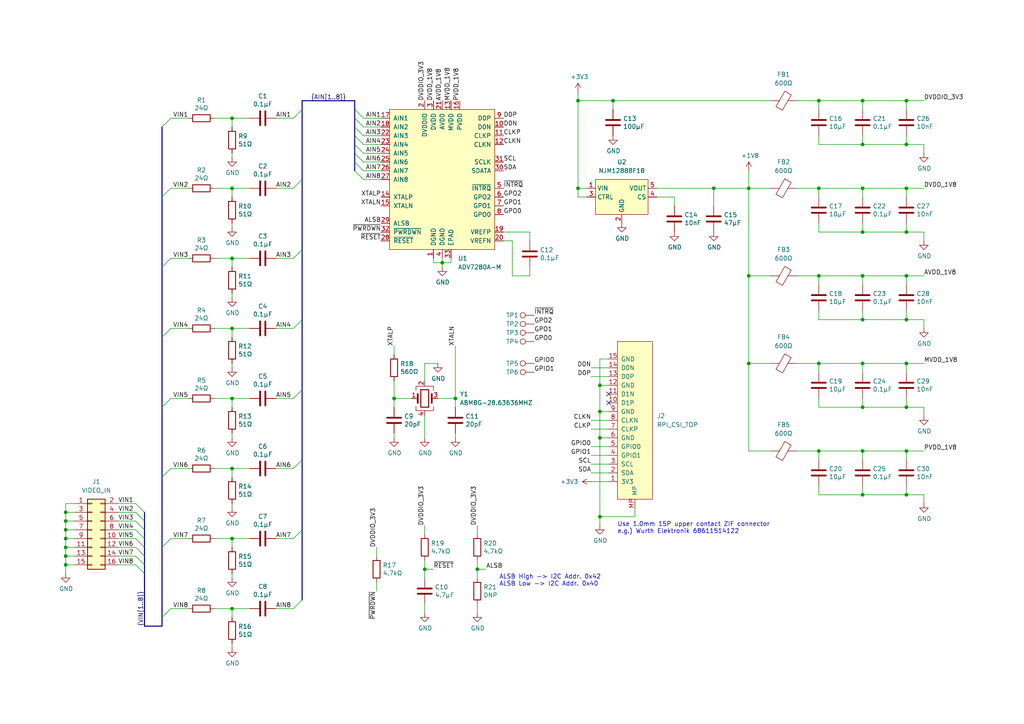
<source format=kicad_sch>
(kicad_sch (version 20250114) (generator "eeschema") (generator_version "9.0")
  (paper "A4")
  (lib_symbols
    (symbol "ADV7280A-M:ADV7280A-M" (pin_names (offset 1.016))
      (property "Reference" "U" (at -13.97 -21.59 0))
      (property "Value" "ADV7280A-M" (at 11.43 -21.59 0))
      (symbol "ADV7280A-M_1_1"
        (pin passive line (at -17.78 17.78 0) (length 2.54) (name "AIN1") (number "17"))
        (pin passive line (at -17.78 15.24 0) (length 2.54) (name "AIN2") (number "18"))
        (pin passive line (at -17.78 12.7 0) (length 2.54) (name "AIN3") (number "22"))
        (pin passive line (at -17.78 10.16 0) (length 2.54) (name "AIN4") (number "23"))
        (pin passive line (at -17.78 7.62 0) (length 2.54) (name "AIN5") (number "24"))
        (pin passive line (at -17.78 5.08 0) (length 2.54) (name "AIN6") (number "25"))
        (pin passive line (at -17.78 2.54 0) (length 2.54) (name "AIN7") (number "26"))
        (pin passive line (at -17.78 0 0) (length 2.54) (name "AIN8") (number "27"))
        (pin passive line (at -17.78 -5.08 0) (length 2.54) (name "XTALP") (number "14"))
        (pin passive line (at -17.78 -7.62 0) (length 2.54) (name "XTALN") (number "15"))
        (pin passive line (at -17.78 -12.7 0) (length 2.54) (name "ALSB") (number "29"))
        (pin passive line (at -17.78 -15.24 0) (length 2.54) (name "~{PWRDWN}") (number "32"))
        (pin passive line (at -17.78 -17.78 0) (length 2.54) (name "~{RESET}") (number "28"))
        (pin passive line (at -5.08 22.86 270) (length 2.54) (name "DVDDIO") (number "2"))
        (pin passive line (at -2.54 22.86 270) (length 2.54) (name "DVDD") (number "3"))
        (pin passive line (at -2.54 -22.86 90) (length 2.54) (name "DGND") (number "1"))
        (pin passive line (at 0 22.86 270) (length 2.54) (name "AVDD") (number "21"))
        (pin passive line (at 0 -22.86 90) (length 2.54) (name "DGND") (number "4"))
        (pin passive line (at 2.54 22.86 270) (length 2.54) (name "MVDD") (number "13"))
        (pin passive line (at 2.54 -22.86 90) (length 2.54) (name "EPAD") (number "33"))
        (pin passive line (at 5.08 22.86 270) (length 2.54) (name "PVDD") (number "16"))
        (pin passive line (at 17.78 17.78 180) (length 2.54) (name "D0P") (number "9"))
        (pin passive line (at 17.78 15.24 180) (length 2.54) (name "D0N") (number "10"))
        (pin passive line (at 17.78 12.7 180) (length 2.54) (name "CLKP") (number "11"))
        (pin passive line (at 17.78 10.16 180) (length 2.54) (name "CLKN") (number "12"))
        (pin passive line (at 17.78 5.08 180) (length 2.54) (name "SCLK") (number "31"))
        (pin passive line (at 17.78 2.54 180) (length 2.54) (name "SDATA") (number "30"))
        (pin passive line (at 17.78 -2.54 180) (length 2.54) (name "~{INTRQ}") (number "5"))
        (pin passive line (at 17.78 -5.08 180) (length 2.54) (name "GPO2") (number "6"))
        (pin passive line (at 17.78 -7.62 180) (length 2.54) (name "GPO1") (number "7"))
        (pin passive line (at 17.78 -10.16 180) (length 2.54) (name "GPO0") (number "8"))
        (pin passive line (at 17.78 -15.24 180) (length 2.54) (name "VREFP") (number "19"))
        (pin passive line (at 17.78 -17.78 180) (length 2.54) (name "VREFN") (number "20"))
      )
    )
    (symbol "Connector:TestPoint" (pin_numbers (hide yes)) (pin_names (offset 0.762) (hide yes))
      (property "Reference" "TP" (at 0 6.858 0))
      (property "Value" "TestPoint" (at 0 5.08 0))
      (symbol "TestPoint_1_1"
        (pin passive line (at 0 0 90) (length 2.54) (name "1") (number "1"))
      )
    )
    (symbol "Connector_Generic:Conn_02x08_Odd_Even" (pin_names (offset 1.016) (hide yes))
      (property "Reference" "J" (at 1.27 10.16 0))
      (property "Value" "Conn_02x08_Odd_Even" (at 1.27 -12.7 0))
      (symbol "Conn_02x08_Odd_Even_1_1"
        (pin passive line (at -5.08 7.62 0) (length 3.81) (name "Pin_1") (number "1"))
        (pin passive line (at -5.08 5.08 0) (length 3.81) (name "Pin_3") (number "3"))
        (pin passive line (at -5.08 2.54 0) (length 3.81) (name "Pin_5") (number "5"))
        (pin passive line (at -5.08 0 0) (length 3.81) (name "Pin_7") (number "7"))
        (pin passive line (at -5.08 -2.54 0) (length 3.81) (name "Pin_9") (number "9"))
        (pin passive line (at -5.08 -5.08 0) (length 3.81) (name "Pin_11") (number "11"))
        (pin passive line (at -5.08 -7.62 0) (length 3.81) (name "Pin_13") (number "13"))
        (pin passive line (at -5.08 -10.16 0) (length 3.81) (name "Pin_15") (number "15"))
        (pin passive line (at 7.62 7.62 180) (length 3.81) (name "Pin_2") (number "2"))
        (pin passive line (at 7.62 5.08 180) (length 3.81) (name "Pin_4") (number "4"))
        (pin passive line (at 7.62 2.54 180) (length 3.81) (name "Pin_6") (number "6"))
        (pin passive line (at 7.62 0 180) (length 3.81) (name "Pin_8") (number "8"))
        (pin passive line (at 7.62 -2.54 180) (length 3.81) (name "Pin_10") (number "10"))
        (pin passive line (at 7.62 -5.08 180) (length 3.81) (name "Pin_12") (number "12"))
        (pin passive line (at 7.62 -7.62 180) (length 3.81) (name "Pin_14") (number "14"))
        (pin passive line (at 7.62 -10.16 180) (length 3.81) (name "Pin_16") (number "16"))
      )
    )
    (symbol "Device:C" (pin_numbers (hide yes)) (pin_names (offset 0.254))
      (property "Reference" "C" (at 0.635 2.54 0))
      (property "Value" "C" (at 0.635 -2.54 0))
      (symbol "C_1_1"
        (pin passive line (at 0 3.81 270) (length 2.794) (name "~") (number "1"))
        (pin passive line (at 0 -3.81 90) (length 2.794) (name "~") (number "2"))
      )
    )
    (symbol "Device:Crystal_GND24" (pin_names (offset 1.016) (hide yes))
      (property "Reference" "Y" (at 3.175 5.08 0))
      (property "Value" "Crystal_GND24" (at 3.175 3.175 0))
      (symbol "Crystal_GND24_1_1"
        (pin passive line (at -3.81 0 0) (length 1.27) (name "1") (number "1"))
        (pin passive line (at 0 5.08 270) (length 1.27) (name "2") (number "2"))
        (pin passive line (at 0 -5.08 90) (length 1.27) (name "4") (number "4"))
        (pin passive line (at 3.81 0 180) (length 1.27) (name "3") (number "3"))
      )
    )
    (symbol "Device:FerriteBead" (pin_numbers (hide yes)) (pin_names (offset 0))
      (property "Reference" "FB" (at -3.81 0.635 90))
      (property "Value" "FerriteBead" (at 3.81 0 90))
      (symbol "FerriteBead_1_1"
        (pin passive line (at 0 3.81 270) (length 2.54) (name "~") (number "1"))
        (pin passive line (at 0 -3.81 90) (length 2.54) (name "~") (number "2"))
      )
    )
    (symbol "Device:R" (pin_numbers (hide yes)) (pin_names (offset 0))
      (property "Reference" "R" (at 2.032 0 90))
      (property "Value" "R" (at 0 0 90))
      (symbol "R_1_1"
        (pin passive line (at 0 3.81 270) (length 1.27) (name "~") (number "1"))
        (pin passive line (at 0 -3.81 90) (length 1.27) (name "~") (number "2"))
      )
    )
    (symbol "NJM12888F18:NJM12888F18"
      (property "Reference" "U" (at 0 8.89 0))
      (property "Value" "NJM12888F18" (at 0 6.35 0))
      (symbol "NJM12888F18_1_1"
        (pin power_in line (at -10.16 2.54 0) (length 2.54) (name "VIN") (number "1"))
        (pin input line (at -10.16 0 0) (length 2.54) (name "CTRL") (number "3"))
        (pin power_in line (at 0 -7.62 90) (length 2.54) (name "GND") (number "2"))
        (pin power_out line (at 10.16 2.54 180) (length 2.54) (name "VOUT") (number "5"))
        (pin passive line (at 10.16 0 180) (length 2.54) (name "CS") (number "4"))
      )
    )
    (symbol "RPI_CSI_CONN:RPI_CSI_TOP" (pin_names (offset 1.016))
      (property "Reference" "J" (at -6.35 26.67 0))
      (property "Value" "RPI_CSI_TOP" (at 0 24.13 0))
      (symbol "RPI_CSI_TOP_1_1"
        (pin passive line (at -7.62 17.78 0) (length 2.54) (name "GND") (number "15"))
        (pin passive line (at -7.62 15.24 0) (length 2.54) (name "D0N") (number "14"))
        (pin passive line (at -7.62 12.7 0) (length 2.54) (name "D0P") (number "13"))
        (pin passive line (at -7.62 10.16 0) (length 2.54) (name "GND") (number "12"))
        (pin passive line (at -7.62 7.62 0) (length 2.54) (name "D1N") (number "11"))
        (pin passive line (at -7.62 5.08 0) (length 2.54) (name "D1P") (number "10"))
        (pin passive line (at -7.62 2.54 0) (length 2.54) (name "GND") (number "9"))
        (pin passive line (at -7.62 0 0) (length 2.54) (name "CLKN") (number "8"))
        (pin passive line (at -7.62 -2.54 0) (length 2.54) (name "CLKP") (number "7"))
        (pin passive line (at -7.62 -5.08 0) (length 2.54) (name "GND") (number "6"))
        (pin passive line (at -7.62 -7.62 0) (length 2.54) (name "GPIO0") (number "5"))
        (pin passive line (at -7.62 -10.16 0) (length 2.54) (name "GPIO1") (number "4"))
        (pin passive line (at -7.62 -12.7 0) (length 2.54) (name "SCL") (number "3"))
        (pin passive line (at -7.62 -15.24 0) (length 2.54) (name "SDA") (number "2"))
        (pin passive line (at -7.62 -17.78 0) (length 2.54) (name "3V3") (number "1"))
        (pin passive line (at 0 -25.4 90) (length 2.54) (name "MP") (number "MP"))
      )
    )
    (symbol "power:+1V8" (power) (pin_numbers (hide yes)) (pin_names (offset 0) (hide yes))
      (property "Value" "+1V8" (at 0 3.556 0))
      (symbol "+1V8_1_1"
        (pin power_in line (at 0 0 90) (length 0) (name "~") (number "1"))
      )
    )
    (symbol "power:+3V3" (power) (pin_numbers (hide yes)) (pin_names (offset 0) (hide yes))
      (property "Value" "+3V3" (at 0 3.556 0))
      (symbol "+3V3_1_1"
        (pin power_in line (at 0 0 90) (length 0) (name "~") (number "1"))
      )
    )
    (symbol "power:GND" (power) (pin_numbers (hide yes)) (pin_names (offset 0) (hide yes))
      (property "Value" "GND" (at 0 -3.81 0))
      (symbol "GND_1_1"
        (pin power_in line (at 0 0 270) (length 0) (name "~") (number "1"))
      )
    )
    (symbol "power:PWR_FLAG" (power) (pin_numbers (hide yes)) (pin_names (offset 0) (hide yes))
      (property "Value" "PWR_FLAG" (at 0 3.81 0))
      (symbol "PWR_FLAG_0_0"
        (pin power_out line (at 0 0 90) (length 0) (name "~") (number "1"))
      )
    )
  )
  (text "Use 1.0mm 15P upper contact ZIF connector\ne.g.) Wurth Elektronik 68611514122" (at 179.07 154.94 0) (effects (font (size 1.27 1.27)) (justify left bottom)))
  (text "ALSB High -> I2C Addr. 0x42\nALSB Low -> I2C Addr. 0x40" (at 144.78 170.18 0) (effects (font (size 1.27 1.27)) (justify left bottom)))
  (junction (at 262.89 118.11))
  (junction (at 250.19 92.71))
  (junction (at 67.31 54.61))
  (junction (at 262.89 41.91))
  (junction (at 67.31 115.57))
  (junction (at 250.19 80.01))
  (junction (at 262.89 105.41))
  (junction (at 262.89 67.31))
  (junction (at 217.17 105.41))
  (junction (at 173.99 119.38))
  (junction (at 237.49 29.21))
  (junction (at 132.08 115.57))
  (junction (at 237.49 80.01))
  (junction (at 250.19 54.61))
  (junction (at 250.19 67.31))
  (junction (at 19.05 148.59))
  (junction (at 250.19 118.11))
  (junction (at 19.05 156.21))
  (junction (at 167.64 54.61))
  (junction (at 114.3 115.57))
  (junction (at 250.19 105.41))
  (junction (at 262.89 29.21))
  (junction (at 67.31 34.29))
  (junction (at 250.19 41.91))
  (junction (at 177.8 29.21))
  (junction (at 262.89 143.51))
  (junction (at 217.17 54.61))
  (junction (at 250.19 143.51))
  (junction (at 173.99 111.76))
  (junction (at 262.89 92.71))
  (junction (at 67.31 176.53))
  (junction (at 237.49 130.81))
  (junction (at 19.05 153.67))
  (junction (at 19.05 161.29))
  (junction (at 19.05 151.13))
  (junction (at 67.31 74.93))
  (junction (at 250.19 29.21))
  (junction (at 19.05 158.75))
  (junction (at 19.05 163.83))
  (junction (at 173.99 127))
  (junction (at 167.64 29.21))
  (junction (at 67.31 135.89))
  (junction (at 217.17 80.01))
  (junction (at 173.99 149.86))
  (junction (at 250.19 130.81))
  (junction (at 237.49 54.61))
  (junction (at 262.89 80.01))
  (junction (at 262.89 130.81))
  (junction (at 237.49 105.41))
  (junction (at 128.27 76.2))
  (junction (at 207.01 54.61))
  (junction (at 262.89 54.61))
  (junction (at 123.19 165.1))
  (junction (at 67.31 95.25))
  (junction (at 67.31 156.21))
  (junction (at 138.43 165.1))
  (no_connect (at 176.53 114.3))
  (no_connect (at 176.53 116.84))
  (bus_entry (at 85.09 135.89) (size 2.54 -2.54))
  (bus_entry (at 85.09 156.21) (size 2.54 -2.54))
  (bus_entry (at 85.09 74.93) (size 2.54 -2.54))
  (bus_entry (at 49.53 74.93) (size -2.54 2.54))
  (bus_entry (at 85.09 176.53) (size 2.54 -2.54))
  (bus_entry (at 49.53 95.25) (size -2.54 2.54))
  (bus_entry (at 49.53 176.53) (size -2.54 2.54))
  (bus_entry (at 85.09 115.57) (size 2.54 -2.54))
  (bus_entry (at 49.53 115.57) (size -2.54 2.54))
  (bus_entry (at 85.09 95.25) (size 2.54 -2.54))
  (bus_entry (at 49.53 135.89) (size -2.54 2.54))
  (bus_entry (at 39.37 163.83) (size 2.54 2.54))
  (bus_entry (at 39.37 158.75) (size 2.54 2.54))
  (bus_entry (at 39.37 161.29) (size 2.54 2.54))
  (bus_entry (at 39.37 156.21) (size 2.54 2.54))
  (bus_entry (at 39.37 153.67) (size 2.54 2.54))
  (bus_entry (at 39.37 148.59) (size 2.54 2.54))
  (bus_entry (at 39.37 151.13) (size 2.54 2.54))
  (bus_entry (at 39.37 146.05) (size 2.54 2.54))
  (bus_entry (at 85.09 54.61) (size 2.54 -2.54))
  (bus_entry (at 49.53 54.61) (size -2.54 2.54))
  (bus_entry (at 49.53 34.29) (size -2.54 2.54))
  (bus_entry (at 85.09 34.29) (size 2.54 -2.54))
  (bus_entry (at 49.53 156.21) (size -2.54 2.54))
  (bus_entry (at 102.87 39.37) (size 2.54 2.54))
  (bus_entry (at 102.87 36.83) (size 2.54 2.54))
  (bus_entry (at 102.87 34.29) (size 2.54 2.54))
  (bus_entry (at 102.87 31.75) (size 2.54 2.54))
  (bus_entry (at 102.87 46.99) (size 2.54 2.54))
  (bus_entry (at 102.87 41.91) (size 2.54 2.54))
  (bus_entry (at 102.87 44.45) (size 2.54 2.54))
  (bus_entry (at 102.87 49.53) (size 2.54 2.54))
  (wire (pts (xy 123.19 165.1) (xy 125.73 165.1)))
  (bus (pts (xy 87.63 29.21) (xy 87.63 31.75)))
  (wire (pts (xy 237.49 39.37) (xy 237.49 41.91)))
  (wire (pts (xy 21.59 146.05) (xy 19.05 146.05)))
  (wire (pts (xy 167.64 26.67) (xy 167.64 29.21)))
  (wire (pts (xy 250.19 130.81) (xy 250.19 133.35)))
  (wire (pts (xy 170.18 57.15) (xy 167.64 57.15)))
  (wire (pts (xy 250.19 67.31) (xy 262.89 67.31)))
  (wire (pts (xy 267.97 54.61) (xy 262.89 54.61)))
  (wire (pts (xy 250.19 39.37) (xy 250.19 41.91)))
  (wire (pts (xy 105.41 34.29) (xy 110.49 34.29)))
  (wire (pts (xy 19.05 146.05) (xy 19.05 148.59)))
  (wire (pts (xy 177.8 29.21) (xy 223.52 29.21)))
  (wire (pts (xy 114.3 125.73) (xy 114.3 127)))
  (wire (pts (xy 217.17 49.53) (xy 217.17 54.61)))
  (wire (pts (xy 67.31 54.61) (xy 72.39 54.61)))
  (wire (pts (xy 262.89 54.61) (xy 262.89 57.15)))
  (wire (pts (xy 217.17 80.01) (xy 223.52 80.01)))
  (wire (pts (xy 231.14 80.01) (xy 237.49 80.01)))
  (wire (pts (xy 62.23 74.93) (xy 67.31 74.93)))
  (wire (pts (xy 262.89 92.71) (xy 267.97 92.71)))
  (wire (pts (xy 105.41 52.07) (xy 110.49 52.07)))
  (wire (pts (xy 176.53 127) (xy 173.99 127)))
  (wire (pts (xy 262.89 29.21) (xy 262.89 31.75)))
  (wire (pts (xy 190.5 57.15) (xy 195.58 57.15)))
  (wire (pts (xy 67.31 85.09) (xy 67.31 86.36)))
  (wire (pts (xy 250.19 54.61) (xy 250.19 57.15)))
  (wire (pts (xy 123.19 105.41) (xy 123.19 110.49)))
  (wire (pts (xy 171.45 121.92) (xy 176.53 121.92)))
  (wire (pts (xy 19.05 161.29) (xy 19.05 163.83)))
  (wire (pts (xy 262.89 105.41) (xy 262.89 107.95)))
  (wire (pts (xy 67.31 44.45) (xy 67.31 45.72)))
  (wire (pts (xy 34.29 151.13) (xy 39.37 151.13)))
  (wire (pts (xy 262.89 41.91) (xy 267.97 41.91)))
  (wire (pts (xy 67.31 34.29) (xy 72.39 34.29)))
  (wire (pts (xy 80.01 74.93) (xy 85.09 74.93)))
  (wire (pts (xy 67.31 135.89) (xy 72.39 135.89)))
  (wire (pts (xy 67.31 176.53) (xy 72.39 176.53)))
  (wire (pts (xy 138.43 162.56) (xy 138.43 165.1)))
  (bus (pts (xy 87.63 92.71) (xy 87.63 113.03)))
  (bus (pts (xy 41.91 161.29) (xy 41.91 163.83)))
  (wire (pts (xy 217.17 54.61) (xy 223.52 54.61)))
  (bus (pts (xy 41.91 166.37) (xy 41.91 181.61)))
  (wire (pts (xy 138.43 152.4) (xy 138.43 154.94)))
  (wire (pts (xy 237.49 90.17) (xy 237.49 92.71)))
  (wire (pts (xy 123.19 162.56) (xy 123.19 165.1)))
  (wire (pts (xy 217.17 80.01) (xy 217.17 105.41)))
  (wire (pts (xy 250.19 130.81) (xy 237.49 130.81)))
  (bus (pts (xy 41.91 156.21) (xy 41.91 158.75)))
  (wire (pts (xy 237.49 67.31) (xy 250.19 67.31)))
  (wire (pts (xy 267.97 130.81) (xy 262.89 130.81)))
  (wire (pts (xy 67.31 64.77) (xy 67.31 66.04)))
  (wire (pts (xy 237.49 115.57) (xy 237.49 118.11)))
  (wire (pts (xy 171.45 129.54) (xy 176.53 129.54)))
  (wire (pts (xy 105.41 39.37) (xy 110.49 39.37)))
  (wire (pts (xy 67.31 156.21) (xy 72.39 156.21)))
  (wire (pts (xy 80.01 54.61) (xy 85.09 54.61)))
  (wire (pts (xy 123.19 120.65) (xy 123.19 127)))
  (wire (pts (xy 132.08 115.57) (xy 132.08 118.11)))
  (bus (pts (xy 102.87 44.45) (xy 102.87 41.91)))
  (wire (pts (xy 19.05 148.59) (xy 19.05 151.13)))
  (wire (pts (xy 123.19 175.26) (xy 123.19 177.8)))
  (wire (pts (xy 237.49 118.11) (xy 250.19 118.11)))
  (wire (pts (xy 67.31 158.75) (xy 67.31 156.21)))
  (wire (pts (xy 146.05 69.85) (xy 148.59 69.85)))
  (bus (pts (xy 87.63 72.39) (xy 87.63 92.71)))
  (wire (pts (xy 237.49 105.41) (xy 237.49 107.95)))
  (wire (pts (xy 267.97 105.41) (xy 262.89 105.41)))
  (wire (pts (xy 173.99 149.86) (xy 173.99 152.4)))
  (wire (pts (xy 262.89 118.11) (xy 267.97 118.11)))
  (wire (pts (xy 250.19 143.51) (xy 262.89 143.51)))
  (bus (pts (xy 102.87 39.37) (xy 102.87 36.83)))
  (wire (pts (xy 62.23 34.29) (xy 67.31 34.29)))
  (wire (pts (xy 184.15 149.86) (xy 184.15 147.32)))
  (wire (pts (xy 237.49 64.77) (xy 237.49 67.31)))
  (wire (pts (xy 114.3 115.57) (xy 114.3 118.11)))
  (wire (pts (xy 105.41 41.91) (xy 110.49 41.91)))
  (wire (pts (xy 109.22 171.45) (xy 109.22 168.91)))
  (wire (pts (xy 207.01 54.61) (xy 207.01 59.69)))
  (wire (pts (xy 167.64 29.21) (xy 177.8 29.21)))
  (wire (pts (xy 105.41 36.83) (xy 110.49 36.83)))
  (wire (pts (xy 262.89 67.31) (xy 267.97 67.31)))
  (wire (pts (xy 262.89 130.81) (xy 250.19 130.81)))
  (wire (pts (xy 148.59 80.01) (xy 153.67 80.01)))
  (wire (pts (xy 262.89 143.51) (xy 267.97 143.51)))
  (wire (pts (xy 80.01 34.29) (xy 85.09 34.29)))
  (wire (pts (xy 67.31 57.15) (xy 67.31 54.61)))
  (wire (pts (xy 171.45 132.08) (xy 176.53 132.08)))
  (wire (pts (xy 132.08 125.73) (xy 132.08 127)))
  (wire (pts (xy 262.89 140.97) (xy 262.89 143.51)))
  (wire (pts (xy 125.73 74.93) (xy 125.73 76.2)))
  (wire (pts (xy 267.97 143.51) (xy 267.97 146.05)))
  (wire (pts (xy 217.17 105.41) (xy 217.17 130.81)))
  (wire (pts (xy 250.19 115.57) (xy 250.19 118.11)))
  (wire (pts (xy 262.89 39.37) (xy 262.89 41.91)))
  (wire (pts (xy 171.45 106.68) (xy 176.53 106.68)))
  (wire (pts (xy 67.31 77.47) (xy 67.31 74.93)))
  (wire (pts (xy 173.99 127) (xy 173.99 149.86)))
  (wire (pts (xy 262.89 115.57) (xy 262.89 118.11)))
  (wire (pts (xy 49.53 156.21) (xy 54.61 156.21)))
  (wire (pts (xy 34.29 148.59) (xy 39.37 148.59)))
  (wire (pts (xy 67.31 36.83) (xy 67.31 34.29)))
  (wire (pts (xy 19.05 153.67) (xy 19.05 156.21)))
  (wire (pts (xy 49.53 74.93) (xy 54.61 74.93)))
  (wire (pts (xy 267.97 118.11) (xy 267.97 120.65)))
  (wire (pts (xy 62.23 176.53) (xy 67.31 176.53)))
  (wire (pts (xy 67.31 146.05) (xy 67.31 147.32)))
  (bus (pts (xy 87.63 31.75) (xy 87.63 52.07)))
  (wire (pts (xy 138.43 165.1) (xy 138.43 167.64)))
  (bus (pts (xy 102.87 41.91) (xy 102.87 39.37)))
  (wire (pts (xy 250.19 90.17) (xy 250.19 92.71)))
  (wire (pts (xy 67.31 74.93) (xy 72.39 74.93)))
  (wire (pts (xy 176.53 119.38) (xy 173.99 119.38)))
  (wire (pts (xy 67.31 115.57) (xy 72.39 115.57)))
  (wire (pts (xy 176.53 104.14) (xy 173.99 104.14)))
  (wire (pts (xy 49.53 176.53) (xy 54.61 176.53)))
  (wire (pts (xy 173.99 111.76) (xy 173.99 119.38)))
  (wire (pts (xy 62.23 135.89) (xy 67.31 135.89)))
  (bus (pts (xy 41.91 153.67) (xy 41.91 156.21)))
  (wire (pts (xy 49.53 135.89) (xy 54.61 135.89)))
  (wire (pts (xy 127 105.41) (xy 123.19 105.41)))
  (wire (pts (xy 80.01 156.21) (xy 85.09 156.21)))
  (wire (pts (xy 250.19 29.21) (xy 237.49 29.21)))
  (wire (pts (xy 237.49 80.01) (xy 237.49 82.55)))
  (wire (pts (xy 49.53 54.61) (xy 54.61 54.61)))
  (bus (pts (xy 46.99 158.75) (xy 46.99 179.07)))
  (wire (pts (xy 207.01 54.61) (xy 217.17 54.61)))
  (wire (pts (xy 34.29 146.05) (xy 39.37 146.05)))
  (wire (pts (xy 231.14 130.81) (xy 237.49 130.81)))
  (wire (pts (xy 80.01 115.57) (xy 85.09 115.57)))
  (wire (pts (xy 62.23 156.21) (xy 67.31 156.21)))
  (wire (pts (xy 21.59 161.29) (xy 19.05 161.29)))
  (wire (pts (xy 262.89 64.77) (xy 262.89 67.31)))
  (wire (pts (xy 67.31 179.07) (xy 67.31 176.53)))
  (bus (pts (xy 102.87 49.53) (xy 102.87 46.99)))
  (wire (pts (xy 250.19 29.21) (xy 250.19 31.75)))
  (wire (pts (xy 250.19 92.71) (xy 262.89 92.71)))
  (bus (pts (xy 87.63 52.07) (xy 87.63 72.39)))
  (wire (pts (xy 171.45 137.16) (xy 176.53 137.16)))
  (wire (pts (xy 237.49 92.71) (xy 250.19 92.71)))
  (wire (pts (xy 19.05 158.75) (xy 19.05 161.29)))
  (wire (pts (xy 262.89 105.41) (xy 250.19 105.41)))
  (wire (pts (xy 62.23 54.61) (xy 67.31 54.61)))
  (wire (pts (xy 262.89 80.01) (xy 250.19 80.01)))
  (wire (pts (xy 237.49 143.51) (xy 250.19 143.51)))
  (wire (pts (xy 250.19 140.97) (xy 250.19 143.51)))
  (wire (pts (xy 67.31 125.73) (xy 67.31 127)))
  (wire (pts (xy 128.27 76.2) (xy 128.27 77.47)))
  (wire (pts (xy 176.53 111.76) (xy 173.99 111.76)))
  (wire (pts (xy 123.19 165.1) (xy 123.19 167.64)))
  (wire (pts (xy 237.49 54.61) (xy 237.49 57.15)))
  (wire (pts (xy 21.59 156.21) (xy 19.05 156.21)))
  (wire (pts (xy 184.15 149.86) (xy 173.99 149.86)))
  (bus (pts (xy 46.99 36.83) (xy 46.99 57.15)))
  (wire (pts (xy 132.08 100.33) (xy 132.08 115.57)))
  (wire (pts (xy 67.31 95.25) (xy 72.39 95.25)))
  (wire (pts (xy 267.97 67.31) (xy 267.97 69.85)))
  (bus (pts (xy 46.99 179.07) (xy 46.99 181.61)))
  (wire (pts (xy 262.89 90.17) (xy 262.89 92.71)))
  (wire (pts (xy 267.97 80.01) (xy 262.89 80.01)))
  (wire (pts (xy 153.67 69.85) (xy 153.67 67.31)))
  (wire (pts (xy 176.53 139.7) (xy 171.45 139.7)))
  (wire (pts (xy 49.53 95.25) (xy 54.61 95.25)))
  (bus (pts (xy 46.99 77.47) (xy 46.99 97.79)))
  (wire (pts (xy 262.89 29.21) (xy 250.19 29.21)))
  (bus (pts (xy 41.91 163.83) (xy 41.91 166.37)))
  (wire (pts (xy 237.49 41.91) (xy 250.19 41.91)))
  (wire (pts (xy 49.53 34.29) (xy 54.61 34.29)))
  (wire (pts (xy 34.29 163.83) (xy 39.37 163.83)))
  (wire (pts (xy 138.43 165.1) (xy 140.97 165.1)))
  (wire (pts (xy 128.27 76.2) (xy 130.81 76.2)))
  (wire (pts (xy 237.49 130.81) (xy 237.49 133.35)))
  (wire (pts (xy 173.99 119.38) (xy 173.99 127)))
  (wire (pts (xy 80.01 135.89) (xy 85.09 135.89)))
  (bus (pts (xy 102.87 29.21) (xy 102.87 31.75)))
  (wire (pts (xy 231.14 54.61) (xy 237.49 54.61)))
  (wire (pts (xy 217.17 130.81) (xy 223.52 130.81)))
  (wire (pts (xy 148.59 69.85) (xy 148.59 80.01)))
  (wire (pts (xy 262.89 54.61) (xy 250.19 54.61)))
  (bus (pts (xy 46.99 138.43) (xy 46.99 158.75)))
  (wire (pts (xy 250.19 41.91) (xy 262.89 41.91)))
  (bus (pts (xy 46.99 118.11) (xy 46.99 138.43)))
  (wire (pts (xy 67.31 105.41) (xy 67.31 106.68)))
  (wire (pts (xy 167.64 29.21) (xy 167.64 54.61)))
  (bus (pts (xy 102.87 36.83) (xy 102.87 34.29)))
  (wire (pts (xy 171.45 134.62) (xy 176.53 134.62)))
  (wire (pts (xy 237.49 140.97) (xy 237.49 143.51)))
  (wire (pts (xy 173.99 104.14) (xy 173.99 111.76)))
  (wire (pts (xy 67.31 166.37) (xy 67.31 167.64)))
  (wire (pts (xy 177.8 29.21) (xy 177.8 31.75)))
  (wire (pts (xy 67.31 138.43) (xy 67.31 135.89)))
  (wire (pts (xy 114.3 100.33) (xy 114.3 102.87)))
  (wire (pts (xy 250.19 54.61) (xy 237.49 54.61)))
  (bus (pts (xy 102.87 34.29) (xy 102.87 31.75)))
  (wire (pts (xy 138.43 175.26) (xy 138.43 177.8)))
  (wire (pts (xy 19.05 163.83) (xy 19.05 166.37)))
  (wire (pts (xy 217.17 105.41) (xy 223.52 105.41)))
  (bus (pts (xy 41.91 181.61) (xy 46.99 181.61)))
  (wire (pts (xy 250.19 80.01) (xy 237.49 80.01)))
  (wire (pts (xy 153.67 80.01) (xy 153.67 77.47)))
  (bus (pts (xy 41.91 148.59) (xy 41.91 151.13)))
  (wire (pts (xy 128.27 74.93) (xy 128.27 76.2)))
  (wire (pts (xy 34.29 156.21) (xy 39.37 156.21)))
  (wire (pts (xy 250.19 105.41) (xy 250.19 107.95)))
  (bus (pts (xy 87.63 113.03) (xy 87.63 133.35)))
  (wire (pts (xy 125.73 76.2) (xy 128.27 76.2)))
  (wire (pts (xy 62.23 95.25) (xy 67.31 95.25)))
  (wire (pts (xy 250.19 80.01) (xy 250.19 82.55)))
  (wire (pts (xy 167.64 57.15) (xy 167.64 54.61)))
  (bus (pts (xy 87.63 29.21) (xy 102.87 29.21)))
  (wire (pts (xy 250.19 105.41) (xy 237.49 105.41)))
  (wire (pts (xy 250.19 118.11) (xy 262.89 118.11)))
  (wire (pts (xy 250.19 64.77) (xy 250.19 67.31)))
  (wire (pts (xy 19.05 151.13) (xy 19.05 153.67)))
  (wire (pts (xy 21.59 158.75) (xy 19.05 158.75)))
  (wire (pts (xy 105.41 44.45) (xy 110.49 44.45)))
  (wire (pts (xy 267.97 29.21) (xy 262.89 29.21)))
  (wire (pts (xy 127 115.57) (xy 132.08 115.57)))
  (wire (pts (xy 80.01 176.53) (xy 85.09 176.53)))
  (wire (pts (xy 262.89 80.01) (xy 262.89 82.55)))
  (wire (pts (xy 80.01 95.25) (xy 85.09 95.25)))
  (wire (pts (xy 67.31 186.69) (xy 67.31 187.96)))
  (wire (pts (xy 62.23 115.57) (xy 67.31 115.57)))
  (bus (pts (xy 46.99 97.79) (xy 46.99 118.11)))
  (wire (pts (xy 67.31 97.79) (xy 67.31 95.25)))
  (wire (pts (xy 190.5 54.61) (xy 207.01 54.61)))
  (wire (pts (xy 262.89 130.81) (xy 262.89 133.35)))
  (wire (pts (xy 49.53 115.57) (xy 54.61 115.57)))
  (wire (pts (xy 171.45 109.22) (xy 176.53 109.22)))
  (wire (pts (xy 114.3 115.57) (xy 119.38 115.57)))
  (wire (pts (xy 123.19 152.4) (xy 123.19 154.94)))
  (wire (pts (xy 167.64 54.61) (xy 170.18 54.61)))
  (wire (pts (xy 231.14 105.41) (xy 237.49 105.41)))
  (wire (pts (xy 34.29 158.75) (xy 39.37 158.75)))
  (wire (pts (xy 67.31 118.11) (xy 67.31 115.57)))
  (bus (pts (xy 102.87 46.99) (xy 102.87 44.45)))
  (bus (pts (xy 87.63 133.35) (xy 87.63 153.67)))
  (wire (pts (xy 105.41 46.99) (xy 110.49 46.99)))
  (bus (pts (xy 41.91 151.13) (xy 41.91 153.67)))
  (wire (pts (xy 237.49 29.21) (xy 237.49 31.75)))
  (wire (pts (xy 267.97 41.91) (xy 267.97 44.45)))
  (wire (pts (xy 130.81 76.2) (xy 130.81 74.93)))
  (wire (pts (xy 109.22 158.75) (xy 109.22 161.29)))
  (wire (pts (xy 171.45 124.46) (xy 176.53 124.46)))
  (wire (pts (xy 267.97 92.71) (xy 267.97 95.25)))
  (wire (pts (xy 34.29 153.67) (xy 39.37 153.67)))
  (wire (pts (xy 231.14 29.21) (xy 237.49 29.21)))
  (wire (pts (xy 19.05 156.21) (xy 19.05 158.75)))
  (wire (pts (xy 21.59 163.83) (xy 19.05 163.83)))
  (bus (pts (xy 46.99 57.15) (xy 46.99 77.47)))
  (bus (pts (xy 41.91 158.75) (xy 41.91 161.29)))
  (wire (pts (xy 114.3 110.49) (xy 114.3 115.57)))
  (wire (pts (xy 21.59 153.67) (xy 19.05 153.67)))
  (wire (pts (xy 21.59 151.13) (xy 19.05 151.13)))
  (wire (pts (xy 153.67 67.31) (xy 146.05 67.31)))
  (wire (pts (xy 105.41 49.53) (xy 110.49 49.53)))
  (bus (pts (xy 87.63 153.67) (xy 87.63 173.99)))
  (wire (pts (xy 34.29 161.29) (xy 39.37 161.29)))
  (wire (pts (xy 195.58 57.15) (xy 195.58 59.69)))
  (wire (pts (xy 217.17 54.61) (xy 217.17 80.01)))
  (wire (pts (xy 21.59 148.59) (xy 19.05 148.59)))
  (label "VIN2" (at 34.29 148.59 0))
  (label "AIN3" (at 110.49 39.37 180))
  (label "SDA" (at 146.05 49.53 0))
  (label "AIN5" (at 110.49 44.45 180))
  (label "ALSB" (at 140.97 165.1 0))
  (label "~{RESET}" (at 125.73 165.1 0))
  (label "GPIO1" (at 154.94 107.95 0))
  (label "AIN1" (at 110.49 34.29 180))
  (label "AVDD_1V8" (at 128.27 29.21 90))
  (label "D0N" (at 146.05 36.83 0))
  (label "SCL" (at 171.45 134.62 180))
  (label "VIN1" (at 54.61 34.29 180))
  (label "DVDD_1V8" (at 267.97 54.61 0))
  (label "ALSB" (at 110.49 64.77 180))
  (label "CLKP" (at 146.05 39.37 0))
  (label "VIN4" (at 54.61 95.25 180))
  (label "DVDDIO_3V3" (at 123.19 29.21 90))
  (label "GPO0" (at 146.05 62.23 0))
  (label "VIN6" (at 34.29 158.75 0))
  (label "VIN5" (at 54.61 115.57 180))
  (label "~{INTRQ}" (at 154.94 91.44 0))
  (label "CLKN" (at 146.05 41.91 0))
  (label "AIN2" (at 80.01 54.61 0))
  (label "GPO2" (at 146.05 57.15 0))
  (label "AVDD_1V8" (at 267.97 80.01 0))
  (label "DVDDIO_3V3" (at 138.43 152.4 90))
  (label "GPIO1" (at 171.45 132.08 180))
  (label "DVDDIO_3V3" (at 109.22 158.75 90))
  (label "VIN8" (at 34.29 163.83 0))
  (label "VIN6" (at 54.61 135.89 180))
  (label "MVDD_1V8" (at 267.97 105.41 0))
  (label "CLKN" (at 171.45 121.92 180))
  (label "~{RESET}" (at 110.49 69.85 180))
  (label "VIN3" (at 54.61 74.93 180))
  (label "~{PWRDWN}" (at 110.49 67.31 180))
  (label "GPIO0" (at 154.94 105.41 0))
  (label "VIN3" (at 34.29 151.13 0))
  (label "AIN3" (at 80.01 74.93 0))
  (label "GPO0" (at 154.94 99.06 0))
  (label "AIN2" (at 110.49 36.83 180))
  (label "VIN2" (at 54.61 54.61 180))
  (label "VIN8" (at 54.61 176.53 180))
  (label "SCL" (at 146.05 46.99 0))
  (label "AIN7" (at 80.01 156.21 0))
  (label "VIN5" (at 34.29 156.21 0))
  (label "VIN7" (at 34.29 161.29 0))
  (label "XTALN" (at 132.08 100.33 90))
  (label "AIN4" (at 110.49 41.91 180))
  (label "VIN4" (at 34.29 153.67 0))
  (label "AIN1" (at 80.01 34.29 0))
  (label "DVDDIO_3V3" (at 267.97 29.21 0))
  (label "CLKP" (at 171.45 124.46 180))
  (label "DVDDIO_3V3" (at 123.19 152.4 90))
  (label "XTALN" (at 110.49 59.69 180))
  (label "AIN4" (at 80.01 95.25 0))
  (label "PVDD_1V8" (at 267.97 130.81 0))
  (label "AIN6" (at 110.49 46.99 180))
  (label "AIN7" (at 110.49 49.53 180))
  (label "SDA" (at 171.45 137.16 180))
  (label "D0P" (at 146.05 34.29 0))
  (label "~{PWRDWN}" (at 109.22 171.45 270))
  (label "DVDD_1V8" (at 125.73 29.21 90))
  (label "MVDD_1V8" (at 130.81 29.21 90))
  (label "{VIN[1..8]}" (at 41.91 181.61 90))
  (label "VIN7" (at 54.61 156.21 180))
  (label "AIN8" (at 110.49 52.07 180))
  (label "XTALP" (at 114.3 100.33 90))
  (label "GPO1" (at 154.94 96.52 0))
  (label "GPO1" (at 146.05 59.69 0))
  (label "VIN1" (at 34.29 146.05 0))
  (label "AIN8" (at 80.01 176.53 0))
  (label "{AIN[1..8]}" (at 90.17 29.21 0))
  (label "D0N" (at 171.45 106.68 180))
  (label "PVDD_1V8" (at 133.35 29.21 90))
  (label "XTALP" (at 110.49 57.15 180))
  (label "~{INTRQ}" (at 146.05 54.61 0))
  (label "AIN5" (at 80.01 115.57 0))
  (label "GPIO0" (at 171.45 129.54 180))
  (label "GPO2" (at 154.94 93.98 0))
  (label "D0P" (at 171.45 109.22 180))
  (label "AIN6" (at 80.01 135.89 0))
  (symbol (lib_id "Device:Crystal_GND24") (at 123.19 115.57 0) (unit 1)
    (property "Reference" "Y1" (at 133.35 114.3 0) (effects (justify left)))
    (property "Value" "ABM8G-28.63636MHZ" (at 133.35 116.84 0) (effects (justify left)))
    (property "Footprint" "Crystal:Crystal_SMD_3225-4Pin_3.2x2.5mm" (effects (hide yes)))
  )
  (symbol (lib_id "Device:R") (at 138.43 158.75 180) (unit 1)
    (property "Reference" "R20" (at 140.208 157.5816 0) (effects (justify right)))
    (property "Value" "4.7kΩ" (at 140.208 159.893 0) (effects (justify right)))
    (property "Footprint" "Resistor_SMD:R_0402_1005Metric" (effects (hide yes)))
  )
  (symbol (lib_id "Device:R") (at 138.43 171.45 180) (unit 1)
    (property "Reference" "R21" (at 140.208 170.2816 0) (effects (justify right)))
    (property "Value" "DNP" (at 140.208 172.593 0) (effects (justify right)))
    (property "Footprint" "Resistor_SMD:R_0402_1005Metric" (effects (hide yes)))
  )
  (symbol (lib_id "power:GND") (at 138.43 177.8 0) (unit 1)
    (property "Reference" "#PWR016" (effects (hide yes)))
    (property "Value" "GND" (at 138.557 182.1942 0))
  )
  (symbol (lib_id "Device:R") (at 109.22 165.1 180) (unit 1)
    (property "Reference" "R17" (at 110.998 163.9316 0) (effects (justify right)))
    (property "Value" "4.7kΩ" (at 110.998 166.243 0) (effects (justify right)))
    (property "Footprint" "Resistor_SMD:R_0402_1005Metric" (effects (hide yes)))
  )
  (symbol (lib_id "Device:R") (at 123.19 158.75 180) (unit 1)
    (property "Reference" "R19" (at 124.968 157.5816 0) (effects (justify right)))
    (property "Value" "4.7kΩ" (at 124.968 159.893 0) (effects (justify right)))
    (property "Footprint" "Resistor_SMD:R_0402_1005Metric" (effects (hide yes)))
  )
  (symbol (lib_id "power:GND") (at 173.99 152.4 0) (unit 1)
    (property "Reference" "#PWR019" (effects (hide yes)))
    (property "Value" "GND" (at 174.117 156.7942 0))
  )
  (symbol (lib_id "Device:C") (at 123.19 171.45 0) (unit 1)
    (property "Reference" "C10" (at 126.111 170.2816 0) (effects (justify left)))
    (property "Value" "4.7μF" (at 126.111 172.593 0) (effects (justify left)))
    (property "Footprint" "Capacitor_SMD:C_0402_1005Metric" (effects (hide yes)))
  )
  (symbol (lib_id "power:GND") (at 123.19 177.8 0) (unit 1)
    (property "Reference" "#PWR012" (effects (hide yes)))
    (property "Value" "GND" (at 123.317 182.1942 0))
  )
  (symbol (lib_id "power:GND") (at 128.27 77.47 0) (unit 1)
    (property "Reference" "#PWR014" (effects (hide yes)))
    (property "Value" "GND" (at 128.397 81.8642 0))
  )
  (symbol (lib_id "power:+3V3") (at 171.45 139.7 90) (unit 1)
    (property "Reference" "#PWR018" (effects (hide yes)))
    (property "Value" "+3V3" (at 165.1 139.7 90))
  )
  (symbol (lib_id "Device:C") (at 76.2 34.29 270) (unit 1)
    (property "Reference" "C1" (at 76.2 27.8892 90))
    (property "Value" "0.1μF" (at 76.2 30.2006 90))
    (property "Footprint" "Capacitor_SMD:C_0402_1005Metric" (effects (hide yes)))
  )
  (symbol (lib_id "Device:R") (at 58.42 34.29 270) (unit 1)
    (property "Reference" "R1" (at 58.42 29.0322 90))
    (property "Value" "24Ω" (at 58.42 31.3436 90))
    (property "Footprint" "Resistor_SMD:R_0402_1005Metric" (effects (hide yes)))
  )
  (symbol (lib_id "Device:R") (at 67.31 40.64 180) (unit 1)
    (property "Reference" "R9" (at 69.088 39.4716 0) (effects (justify right)))
    (property "Value" "51Ω" (at 69.088 41.783 0) (effects (justify right)))
    (property "Footprint" "Resistor_SMD:R_0402_1005Metric" (effects (hide yes)))
  )
  (symbol (lib_id "Device:C") (at 250.19 35.56 0) (unit 1)
    (property "Reference" "C21" (at 253.111 34.3916 0) (effects (justify left)))
    (property "Value" "0.1μF" (at 253.111 36.703 0) (effects (justify left)))
    (property "Footprint" "Capacitor_SMD:C_0402_1005Metric" (effects (hide yes)))
  )
  (symbol (lib_id "Device:C") (at 262.89 35.56 0) (unit 1)
    (property "Reference" "C26" (at 265.811 34.3916 0) (effects (justify left)))
    (property "Value" "10nF" (at 265.811 36.703 0) (effects (justify left)))
    (property "Footprint" "Capacitor_SMD:C_0402_1005Metric" (effects (hide yes)))
  )
  (symbol (lib_id "power:GND") (at 267.97 44.45 0) (unit 1)
    (property "Reference" "#PWR025" (effects (hide yes)))
    (property "Value" "GND" (at 268.097 48.8442 0))
  )
  (symbol (lib_id "Device:C") (at 237.49 35.56 0) (unit 1)
    (property "Reference" "C16" (at 240.411 34.3916 0) (effects (justify left)))
    (property "Value" "10μF" (at 240.411 36.703 0) (effects (justify left)))
    (property "Footprint" "Capacitor_SMD:C_0402_1005Metric" (effects (hide yes)))
  )
  (symbol (lib_id "Device:C") (at 250.19 60.96 0) (unit 1)
    (property "Reference" "C22" (at 253.111 59.7916 0) (effects (justify left)))
    (property "Value" "0.1μF" (at 253.111 62.103 0) (effects (justify left)))
    (property "Footprint" "Capacitor_SMD:C_0402_1005Metric" (effects (hide yes)))
  )
  (symbol (lib_id "Device:C") (at 262.89 60.96 0) (unit 1)
    (property "Reference" "C27" (at 265.811 59.7916 0) (effects (justify left)))
    (property "Value" "10nF" (at 265.811 62.103 0) (effects (justify left)))
    (property "Footprint" "Capacitor_SMD:C_0402_1005Metric" (effects (hide yes)))
  )
  (symbol (lib_id "power:GND") (at 267.97 69.85 0) (unit 1)
    (property "Reference" "#PWR026" (effects (hide yes)))
    (property "Value" "GND" (at 268.097 74.2442 0))
  )
  (symbol (lib_id "Device:C") (at 237.49 60.96 0) (unit 1)
    (property "Reference" "C17" (at 240.411 59.7916 0) (effects (justify left)))
    (property "Value" "10μF" (at 240.411 62.103 0) (effects (justify left)))
    (property "Footprint" "Capacitor_SMD:C_0402_1005Metric" (effects (hide yes)))
  )
  (symbol (lib_id "Device:C") (at 250.19 86.36 0) (unit 1)
    (property "Reference" "C23" (at 253.111 85.1916 0) (effects (justify left)))
    (property "Value" "0.1μF" (at 253.111 87.503 0) (effects (justify left)))
    (property "Footprint" "Capacitor_SMD:C_0402_1005Metric" (effects (hide yes)))
  )
  (symbol (lib_id "Device:C") (at 262.89 86.36 0) (unit 1)
    (property "Reference" "C28" (at 265.811 85.1916 0) (effects (justify left)))
    (property "Value" "10nF" (at 265.811 87.503 0) (effects (justify left)))
    (property "Footprint" "Capacitor_SMD:C_0402_1005Metric" (effects (hide yes)))
  )
  (symbol (lib_id "power:GND") (at 267.97 95.25 0) (unit 1)
    (property "Reference" "#PWR027" (effects (hide yes)))
    (property "Value" "GND" (at 268.097 99.6442 0))
  )
  (symbol (lib_id "Device:C") (at 237.49 86.36 0) (unit 1)
    (property "Reference" "C18" (at 240.411 85.1916 0) (effects (justify left)))
    (property "Value" "10μF" (at 240.411 87.503 0) (effects (justify left)))
    (property "Footprint" "Capacitor_SMD:C_0402_1005Metric" (effects (hide yes)))
  )
  (symbol (lib_id "Device:C") (at 250.19 111.76 0) (unit 1)
    (property "Reference" "C24" (at 253.111 110.5916 0) (effects (justify left)))
    (property "Value" "0.1μF" (at 253.111 112.903 0) (effects (justify left)))
    (property "Footprint" "Capacitor_SMD:C_0402_1005Metric" (effects (hide yes)))
  )
  (symbol (lib_id "Device:C") (at 262.89 111.76 0) (unit 1)
    (property "Reference" "C29" (at 265.811 110.5916 0) (effects (justify left)))
    (property "Value" "10nF" (at 265.811 112.903 0) (effects (justify left)))
    (property "Footprint" "Capacitor_SMD:C_0402_1005Metric" (effects (hide yes)))
  )
  (symbol (lib_id "power:GND") (at 267.97 120.65 0) (unit 1)
    (property "Reference" "#PWR028" (effects (hide yes)))
    (property "Value" "GND" (at 268.097 125.0442 0))
  )
  (symbol (lib_id "Device:C") (at 237.49 111.76 0) (unit 1)
    (property "Reference" "C19" (at 240.411 110.5916 0) (effects (justify left)))
    (property "Value" "10μF" (at 240.411 112.903 0) (effects (justify left)))
    (property "Footprint" "Capacitor_SMD:C_0402_1005Metric" (effects (hide yes)))
  )
  (symbol (lib_id "Device:C") (at 250.19 137.16 0) (unit 1)
    (property "Reference" "C25" (at 253.111 135.9916 0) (effects (justify left)))
    (property "Value" "0.1μF" (at 253.111 138.303 0) (effects (justify left)))
    (property "Footprint" "Capacitor_SMD:C_0402_1005Metric" (effects (hide yes)))
  )
  (symbol (lib_id "Device:C") (at 262.89 137.16 0) (unit 1)
    (property "Reference" "C30" (at 265.811 135.9916 0) (effects (justify left)))
    (property "Value" "10nF" (at 265.811 138.303 0) (effects (justify left)))
    (property "Footprint" "Capacitor_SMD:C_0402_1005Metric" (effects (hide yes)))
  )
  (symbol (lib_id "power:GND") (at 267.97 146.05 0) (unit 1)
    (property "Reference" "#PWR029" (effects (hide yes)))
    (property "Value" "GND" (at 268.097 150.4442 0))
  )
  (symbol (lib_id "Device:C") (at 237.49 137.16 0) (unit 1)
    (property "Reference" "C20" (at 240.411 135.9916 0) (effects (justify left)))
    (property "Value" "10μF" (at 240.411 138.303 0) (effects (justify left)))
    (property "Footprint" "Capacitor_SMD:C_0402_1005Metric" (effects (hide yes)))
  )
  (symbol (lib_id "power:GND") (at 180.34 64.77 0) (unit 1)
    (property "Reference" "#PWR021" (effects (hide yes)))
    (property "Value" "GND" (at 180.467 69.1642 0))
  )
  (symbol (lib_id "power:+3V3") (at 167.64 26.67 0) (unit 1)
    (property "Reference" "#PWR017" (effects (hide yes)))
    (property "Value" "+3V3" (at 168.021 22.2758 0))
  )
  (symbol (lib_id "power:+1V8") (at 217.17 49.53 0) (unit 1)
    (property "Reference" "#PWR024" (effects (hide yes)))
    (property "Value" "+1V8" (at 217.551 45.1358 0))
  )
  (symbol (lib_id "power:GND") (at 19.05 166.37 0) (unit 1)
    (property "Reference" "#PWR01" (effects (hide yes)))
    (property "Value" "GND" (at 19.177 170.7642 0))
  )
  (symbol (lib_id "power:+3V3") (at 309.88 11.43 0) (unit 1)
    (property "Reference" "#PWR030" (effects (hide yes)))
    (property "Value" "+3V3" (at 310.261 7.0358 0))
  )
  (symbol (lib_id "power:GND") (at 309.88 24.13 0) (unit 1)
    (property "Reference" "#PWR031" (effects (hide yes)))
    (property "Value" "GND" (at 310.007 28.5242 0))
  )
  (symbol (lib_id "power:PWR_FLAG") (at 309.88 11.43 180) (unit 1)
    (property "Reference" "#FLG01" (effects (hide yes)))
    (property "Value" "PWR_FLAG" (at 309.88 15.8242 0))
  )
  (symbol (lib_id "power:PWR_FLAG") (at 309.88 24.13 0) (unit 1)
    (property "Reference" "#FLG02" (effects (hide yes)))
    (property "Value" "PWR_FLAG" (at 309.88 19.7358 0))
  )
  (symbol (lib_id "Device:C") (at 76.2 115.57 270) (unit 1)
    (property "Reference" "C5" (at 76.2 109.1692 90))
    (property "Value" "0.1μF" (at 76.2 111.4806 90))
    (property "Footprint" "Capacitor_SMD:C_0402_1005Metric" (effects (hide yes)))
  )
  (symbol (lib_id "Device:FerriteBead") (at 227.33 130.81 90) (unit 1)
    (property "Reference" "FB5" (at 227.2792 123.19 90))
    (property "Value" "600Ω" (at 227.2792 125.73 90))
    (property "Footprint" "Inductor_SMD:L_0603_1608Metric" (effects (hide yes)))
  )
  (symbol (lib_id "power:GND") (at 132.08 127 0) (unit 1)
    (property "Reference" "#PWR015" (effects (hide yes)))
    (property "Value" "GND" (at 132.207 131.3942 0))
  )
  (symbol (lib_id "Device:R") (at 67.31 101.6 180) (unit 1)
    (property "Reference" "R12" (at 69.088 100.4316 0) (effects (justify right)))
    (property "Value" "51Ω" (at 69.088 102.743 0) (effects (justify right)))
    (property "Footprint" "Resistor_SMD:R_0402_1005Metric" (effects (hide yes)))
  )
  (symbol (lib_id "Device:R") (at 67.31 81.28 180) (unit 1)
    (property "Reference" "R11" (at 69.088 80.1116 0) (effects (justify right)))
    (property "Value" "51Ω" (at 69.088 82.423 0) (effects (justify right)))
    (property "Footprint" "Resistor_SMD:R_0402_1005Metric" (effects (hide yes)))
  )
  (symbol (lib_id "Device:C") (at 177.8 35.56 0) (unit 1)
    (property "Reference" "C13" (at 180.721 34.3916 0) (effects (justify left)))
    (property "Value" "100μF" (at 180.721 36.703 0) (effects (justify left)))
    (property "Footprint" "Capacitor_SMD:C_1206_3216Metric" (effects (hide yes)))
  )
  (symbol (lib_id "power:GND") (at 195.58 67.31 0) (unit 1)
    (property "Reference" "#PWR022" (effects (hide yes)))
    (property "Value" "GND" (at 195.707 71.7042 0))
  )
  (symbol (lib_id "Device:C") (at 76.2 156.21 270) (unit 1)
    (property "Reference" "C7" (at 76.2 149.8092 90))
    (property "Value" "0.1μF" (at 76.2 152.1206 90))
    (property "Footprint" "Capacitor_SMD:C_0402_1005Metric" (effects (hide yes)))
  )
  (symbol (lib_id "Device:C") (at 76.2 135.89 270) (unit 1)
    (property "Reference" "C6" (at 76.2 129.4892 90))
    (property "Value" "0.1μF" (at 76.2 131.8006 90))
    (property "Footprint" "Capacitor_SMD:C_0402_1005Metric" (effects (hide yes)))
  )
  (symbol (lib_id "Connector:TestPoint") (at 154.94 96.52 90) (unit 1)
    (property "Reference" "TP3" (at 148.59 96.52 90))
    (property "Value" "TestPoint" (effects (hide yes)))
    (property "Footprint" "TestPoint:TestPoint_Pad_D1.0mm" (effects (hide yes)))
  )
  (symbol (lib_id "Device:C") (at 153.67 73.66 0) (unit 1)
    (property "Reference" "C12" (at 156.591 72.4916 0) (effects (justify left)))
    (property "Value" "0.1μF" (at 156.591 74.803 0) (effects (justify left)))
    (property "Footprint" "Capacitor_SMD:C_0402_1005Metric" (effects (hide yes)))
  )
  (symbol (lib_id "power:GND") (at 67.31 147.32 0) (unit 1)
    (property "Reference" "#PWR07" (effects (hide yes)))
    (property "Value" "GND" (at 67.437 151.7142 0))
  )
  (symbol (lib_id "Connector:TestPoint") (at 154.94 107.95 90) (unit 1)
    (property "Reference" "TP6" (at 148.59 107.95 90))
    (property "Value" "TestPoint" (effects (hide yes)))
    (property "Footprint" "TestPoint:TestPoint_Pad_D1.0mm" (effects (hide yes)))
  )
  (symbol (lib_id "Device:C") (at 207.01 63.5 0) (unit 1)
    (property "Reference" "C15" (at 209.931 62.3316 0) (effects (justify left)))
    (property "Value" "47μF" (at 209.931 64.643 0) (effects (justify left)))
    (property "Footprint" "Capacitor_SMD:C_1206_3216Metric" (effects (hide yes)))
  )
  (symbol (lib_id "Device:C") (at 76.2 74.93 270) (unit 1)
    (property "Reference" "C3" (at 76.2 68.5292 90))
    (property "Value" "0.1μF" (at 76.2 70.8406 90))
    (property "Footprint" "Capacitor_SMD:C_0402_1005Metric" (effects (hide yes)))
  )
  (symbol (lib_id "Device:R") (at 67.31 142.24 180) (unit 1)
    (property "Reference" "R14" (at 69.088 141.0716 0) (effects (justify right)))
    (property "Value" "51Ω" (at 69.088 143.383 0) (effects (justify right)))
    (property "Footprint" "Resistor_SMD:R_0402_1005Metric" (effects (hide yes)))
  )
  (symbol (lib_id "Device:C") (at 114.3 121.92 0) (unit 1)
    (property "Reference" "C9" (at 117.221 120.7516 0) (effects (justify left)))
    (property "Value" "20pF" (at 117.221 123.063 0) (effects (justify left)))
    (property "Footprint" "Capacitor_SMD:C_0402_1005Metric" (effects (hide yes)))
  )
  (symbol (lib_id "power:GND") (at 114.3 127 0) (unit 1)
    (property "Reference" "#PWR010" (effects (hide yes)))
    (property "Value" "GND" (at 114.427 131.3942 0))
  )
  (symbol (lib_id "power:GND") (at 67.31 127 0) (unit 1)
    (property "Reference" "#PWR06" (effects (hide yes)))
    (property "Value" "GND" (at 67.437 131.3942 0))
  )
  (symbol (lib_id "Device:R") (at 58.42 115.57 270) (unit 1)
    (property "Reference" "R5" (at 58.42 110.3122 90))
    (property "Value" "24Ω" (at 58.42 112.6236 90))
    (property "Footprint" "Resistor_SMD:R_0402_1005Metric" (effects (hide yes)))
  )
  (symbol (lib_id "Connector:TestPoint") (at 154.94 93.98 90) (unit 1)
    (property "Reference" "TP2" (at 148.59 93.98 90))
    (property "Value" "TestPoint" (effects (hide yes)))
    (property "Footprint" "TestPoint:TestPoint_Pad_D1.0mm" (effects (hide yes)))
  )
  (symbol (lib_id "power:GND") (at 67.31 187.96 0) (unit 1)
    (property "Reference" "#PWR09" (effects (hide yes)))
    (property "Value" "GND" (at 67.437 192.3542 0))
  )
  (symbol (lib_id "Device:R") (at 67.31 121.92 180) (unit 1)
    (property "Reference" "R13" (at 69.088 120.7516 0) (effects (justify right)))
    (property "Value" "51Ω" (at 69.088 123.063 0) (effects (justify right)))
    (property "Footprint" "Resistor_SMD:R_0402_1005Metric" (effects (hide yes)))
  )
  (symbol (lib_id "power:GND") (at 123.19 127 0) (unit 1)
    (property "Reference" "#PWR011" (effects (hide yes)))
    (property "Value" "GND" (at 123.317 131.3942 0))
  )
  (symbol (lib_id "power:GND") (at 127 105.41 0) (unit 1)
    (property "Reference" "#PWR013" (effects (hide yes)))
    (property "Value" "GND" (at 127.127 109.8042 0))
  )
  (symbol (lib_id "Device:R") (at 67.31 60.96 180) (unit 1)
    (property "Reference" "R10" (at 69.088 59.7916 0) (effects (justify right)))
    (property "Value" "51Ω" (at 69.088 62.103 0) (effects (justify right)))
    (property "Footprint" "Resistor_SMD:R_0402_1005Metric" (effects (hide yes)))
  )
  (symbol (lib_id "ADV7280A-M:ADV7280A-M") (at 128.27 52.07 0) (unit 1)
    (property "Reference" "U1" (at 132.8294 74.93 0) (effects (justify left)))
    (property "Value" "ADV7280A-M" (at 132.8294 77.47 0) (effects (justify left)))
    (property "Footprint" "Package_CSP:LFCSP-32-1EP_5x5mm_P0.5mm_EP3.25x3.25mm" (effects (hide yes)))
  )
  (symbol (lib_id "power:GND") (at 67.31 106.68 0) (unit 1)
    (property "Reference" "#PWR05" (effects (hide yes)))
    (property "Value" "GND" (at 67.437 111.0742 0))
  )
  (symbol (lib_id "Device:C") (at 195.58 63.5 0) (unit 1)
    (property "Reference" "C14" (at 198.501 62.3316 0) (effects (justify left)))
    (property "Value" "10nF" (at 198.501 64.643 0) (effects (justify left)))
    (property "Footprint" "Capacitor_SMD:C_0402_1005Metric" (effects (hide yes)))
  )
  (symbol (lib_id "power:GND") (at 67.31 86.36 0) (unit 1)
    (property "Reference" "#PWR04" (effects (hide yes)))
    (property "Value" "GND" (at 67.437 90.7542 0))
  )
  (symbol (lib_id "Device:C") (at 76.2 54.61 270) (unit 1)
    (property "Reference" "C2" (at 76.2 48.2092 90))
    (property "Value" "0.1μF" (at 76.2 50.5206 90))
    (property "Footprint" "Capacitor_SMD:C_0402_1005Metric" (effects (hide yes)))
  )
  (symbol (lib_id "Device:FerriteBead") (at 227.33 105.41 90) (unit 1)
    (property "Reference" "FB4" (at 227.2792 97.79 90))
    (property "Value" "600Ω" (at 227.2792 100.33 90))
    (property "Footprint" "Inductor_SMD:L_0603_1608Metric" (effects (hide yes)))
  )
  (symbol (lib_id "Device:R") (at 67.31 182.88 180) (unit 1)
    (property "Reference" "R16" (at 69.088 181.7116 0) (effects (justify right)))
    (property "Value" "51Ω" (at 69.088 184.023 0) (effects (justify right)))
    (property "Footprint" "Resistor_SMD:R_0402_1005Metric" (effects (hide yes)))
  )
  (symbol (lib_id "Device:R") (at 67.31 162.56 180) (unit 1)
    (property "Reference" "R15" (at 69.088 161.3916 0) (effects (justify right)))
    (property "Value" "51Ω" (at 69.088 163.703 0) (effects (justify right)))
    (property "Footprint" "Resistor_SMD:R_0402_1005Metric" (effects (hide yes)))
  )
  (symbol (lib_id "Device:R") (at 114.3 106.68 180) (unit 1)
    (property "Reference" "R18" (at 116.078 105.5116 0) (effects (justify right)))
    (property "Value" "560Ω" (at 116.078 107.823 0) (effects (justify right)))
    (property "Footprint" "Resistor_SMD:R_0402_1005Metric" (effects (hide yes)))
  )
  (symbol (lib_id "power:GND") (at 67.31 45.72 0) (unit 1)
    (property "Reference" "#PWR02" (effects (hide yes)))
    (property "Value" "GND" (at 67.437 50.1142 0))
  )
  (symbol (lib_id "Device:C") (at 76.2 176.53 270) (unit 1)
    (property "Reference" "C8" (at 76.2 170.1292 90))
    (property "Value" "0.1μF" (at 76.2 172.4406 90))
    (property "Footprint" "Capacitor_SMD:C_0402_1005Metric" (effects (hide yes)))
  )
  (symbol (lib_id "Device:C") (at 132.08 121.92 0) (unit 1)
    (property "Reference" "C11" (at 135.001 120.7516 0) (effects (justify left)))
    (property "Value" "20pF" (at 135.001 123.063 0) (effects (justify left)))
    (property "Footprint" "Capacitor_SMD:C_0402_1005Metric" (effects (hide yes)))
  )
  (symbol (lib_id "NJM12888F18:NJM12888F18") (at 180.34 57.15 0) (unit 1)
    (property "Reference" "U2" (at 180.34 46.99 0))
    (property "Value" "NJM12888F18" (at 180.34 49.53 0))
    (property "Footprint" "Package_TO_SOT_SMD:SOT-23-5" (effects (hide yes)))
  )
  (symbol (lib_id "Device:R") (at 58.42 54.61 270) (unit 1)
    (property "Reference" "R2" (at 58.42 49.3522 90))
    (property "Value" "24Ω" (at 58.42 51.6636 90))
    (property "Footprint" "Resistor_SMD:R_0402_1005Metric" (effects (hide yes)))
  )
  (symbol (lib_id "Device:R") (at 58.42 176.53 270) (unit 1)
    (property "Reference" "R8" (at 58.42 171.2722 90))
    (property "Value" "24Ω" (at 58.42 173.5836 90))
    (property "Footprint" "Resistor_SMD:R_0402_1005Metric" (effects (hide yes)))
  )
  (symbol (lib_id "Device:FerriteBead") (at 227.33 80.01 90) (unit 1)
    (property "Reference" "FB3" (at 227.2792 72.39 90))
    (property "Value" "600Ω" (at 227.2792 74.93 90))
    (property "Footprint" "Inductor_SMD:L_0603_1608Metric" (effects (hide yes)))
  )
  (symbol (lib_id "RPI_CSI_CONN:RPI_CSI_TOP") (at 184.15 121.92 0) (unit 1)
    (property "Reference" "J2" (at 190.5 120.6499 0) (effects (justify left)))
    (property "Value" "RPI_CSI_TOP" (at 190.5 123.1899 0) (effects (justify left)))
    (property "Footprint" "Connector_FFC-FPC:TE_1-84953-5_1x15-1MP_P1.0mm_Horizontal" (effects (hide yes)))
  )
  (symbol (lib_id "power:GND") (at 67.31 167.64 0) (unit 1)
    (property "Reference" "#PWR08" (effects (hide yes)))
    (property "Value" "GND" (at 67.437 172.0342 0))
  )
  (symbol (lib_id "Connector_Generic:Conn_02x08_Odd_Even") (at 26.67 153.67 0) (unit 1)
    (property "Reference" "J1" (at 27.94 139.7 0))
    (property "Value" "VIDEO_IN" (at 27.94 142.24 0))
    (property "Footprint" "Connector_PinHeader_2.54mm:PinHeader_2x08_P2.54mm_Vertical" (effects (hide yes)))
  )
  (symbol (lib_id "power:GND") (at 67.31 66.04 0) (unit 1)
    (property "Reference" "#PWR03" (effects (hide yes)))
    (property "Value" "GND" (at 67.437 70.4342 0))
  )
  (symbol (lib_id "Device:FerriteBead") (at 227.33 29.21 90) (unit 1)
    (property "Reference" "FB1" (at 227.2792 21.59 90))
    (property "Value" "600Ω" (at 227.2792 24.13 90))
    (property "Footprint" "Inductor_SMD:L_0603_1608Metric" (effects (hide yes)))
  )
  (symbol (lib_id "Device:R") (at 58.42 156.21 270) (unit 1)
    (property "Reference" "R7" (at 58.42 150.9522 90))
    (property "Value" "24Ω" (at 58.42 153.2636 90))
    (property "Footprint" "Resistor_SMD:R_0402_1005Metric" (effects (hide yes)))
  )
  (symbol (lib_id "Device:R") (at 58.42 135.89 270) (unit 1)
    (property "Reference" "R6" (at 58.42 130.6322 90))
    (property "Value" "24Ω" (at 58.42 132.9436 90))
    (property "Footprint" "Resistor_SMD:R_0402_1005Metric" (effects (hide yes)))
  )
  (symbol (lib_id "Device:FerriteBead") (at 227.33 54.61 90) (unit 1)
    (property "Reference" "FB2" (at 227.2792 46.99 90))
    (property "Value" "600Ω" (at 227.2792 49.53 90))
    (property "Footprint" "Inductor_SMD:L_0603_1608Metric" (effects (hide yes)))
  )
  (symbol (lib_id "Device:R") (at 58.42 74.93 270) (unit 1)
    (property "Reference" "R3" (at 58.42 69.6722 90))
    (property "Value" "24Ω" (at 58.42 71.9836 90))
    (property "Footprint" "Resistor_SMD:R_0402_1005Metric" (effects (hide yes)))
  )
  (symbol (lib_id "Device:R") (at 58.42 95.25 270) (unit 1)
    (property "Reference" "R4" (at 58.42 89.9922 90))
    (property "Value" "24Ω" (at 58.42 92.3036 90))
    (property "Footprint" "Resistor_SMD:R_0402_1005Metric" (effects (hide yes)))
  )
  (symbol (lib_id "power:GND") (at 177.8 39.37 0) (unit 1)
    (property "Reference" "#PWR020" (effects (hide yes)))
    (property "Value" "GND" (at 177.927 43.7642 0))
  )
  (symbol (lib_id "Connector:TestPoint") (at 154.94 105.41 90) (unit 1)
    (property "Reference" "TP5" (at 148.59 105.41 90))
    (property "Value" "TestPoint" (effects (hide yes)))
    (property "Footprint" "TestPoint:TestPoint_Pad_D1.0mm" (effects (hide yes)))
  )
  (symbol (lib_id "Device:C") (at 76.2 95.25 270) (unit 1)
    (property "Reference" "C4" (at 76.2 88.8492 90))
    (property "Value" "0.1μF" (at 76.2 91.1606 90))
    (property "Footprint" "Capacitor_SMD:C_0402_1005Metric" (effects (hide yes)))
  )
  (symbol (lib_id "Connector:TestPoint") (at 154.94 99.06 90) (unit 1)
    (property "Reference" "TP4" (at 148.59 99.06 90))
    (property "Value" "TestPoint" (effects (hide yes)))
    (property "Footprint" "TestPoint:TestPoint_Pad_D1.0mm" (effects (hide yes)))
  )
  (symbol (lib_id "power:GND") (at 207.01 67.31 0) (unit 1)
    (property "Reference" "#PWR023" (effects (hide yes)))
    (property "Value" "GND" (at 207.137 71.7042 0))
  )
  (symbol (lib_id "Connector:TestPoint") (at 154.94 91.44 90) (unit 1)
    (property "Reference" "TP1" (at 148.59 91.44 90))
    (property "Value" "TestPoint" (effects (hide yes)))
    (property "Footprint" "TestPoint:TestPoint_Pad_D1.0mm" (effects (hide yes)))
  )
)
</source>
